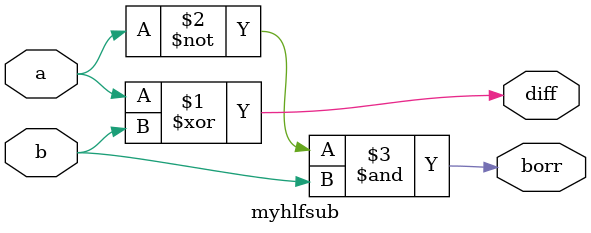
<source format=v>
module myhlfsub(a,b,diff,borr);
  input a,b;
  output diff,borr;
  assign diff=a^b;
  assign borr=(~a)&b;
endmodule

</source>
